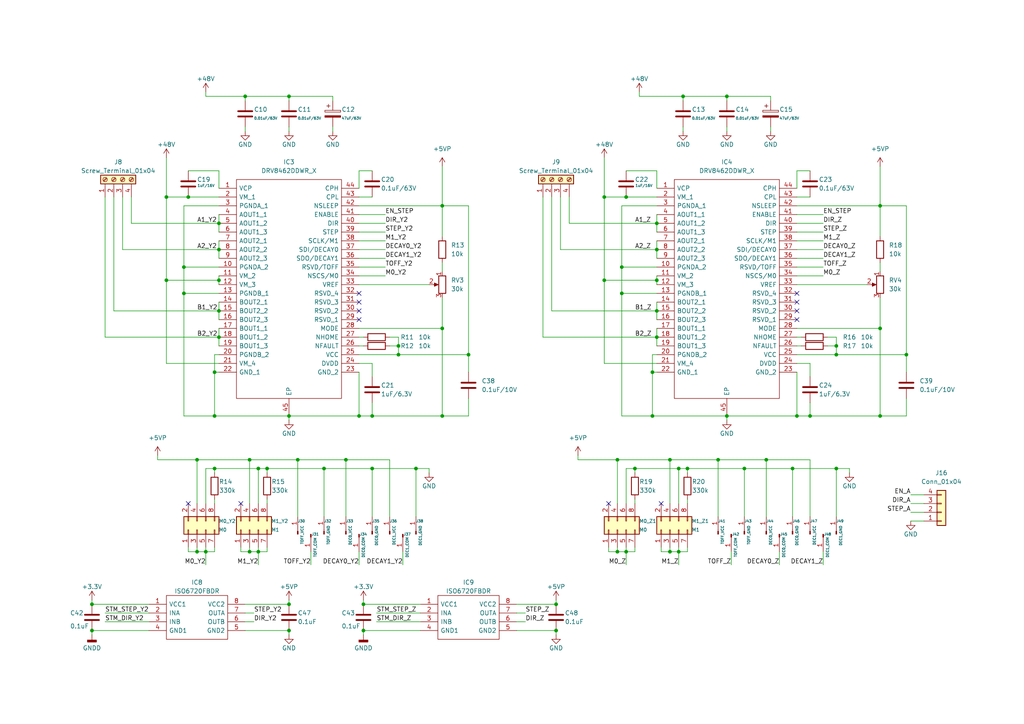
<source format=kicad_sch>
(kicad_sch (version 20230121) (generator eeschema)
  (paper "A4")
  (title_block (title "PCK Controller V1") (company "Josef Pecka"))
  (junction (at 196.85 160.02))
  (junction (at 63.5 97.79))
  (junction (at 128.27 95.25))
  (junction (at 57.15 160.02))
  (junction (at 74.93 160.02))
  (junction (at 255.27 95.25))
  (junction (at 48.26 57.15))
  (junction (at 100.33 133.35))
  (junction (at 26.67 175.26))
  (junction (at 190.5 90.17))
  (junction (at 234.95 120.65))
  (junction (at 208.28 133.35))
  (junction (at 63.5 72.39))
  (junction (at 62.23 120.65))
  (junction (at 199.39 135.89))
  (junction (at 63.5 81.28))
  (junction (at 63.5 90.17))
  (junction (at 72.39 160.02))
  (junction (at 190.5 72.39))
  (junction (at 190.5 97.79))
  (junction (at 83.82 175.26))
  (junction (at 83.82 182.88))
  (junction (at 161.29 175.26))
  (junction (at 104.14 120.65))
  (junction (at 242.57 102.87))
  (junction (at 93.98 135.89))
  (junction (at 242.57 135.89))
  (junction (at 120.65 135.89))
  (junction (at 181.61 160.02))
  (junction (at 77.47 135.89))
  (junction (at 54.61 57.15))
  (junction (at 194.31 133.35))
  (junction (at 115.57 102.87))
  (junction (at 107.95 135.89))
  (junction (at 196.85 135.89))
  (junction (at 62.23 107.95))
  (junction (at 189.23 120.65))
  (junction (at 180.34 85.09))
  (junction (at 71.12 27.94))
  (junction (at 190.5 64.77))
  (junction (at 74.93 135.89))
  (junction (at 59.69 160.02))
  (junction (at 83.82 120.65))
  (junction (at 175.26 57.15))
  (junction (at 229.87 135.89))
  (junction (at 105.41 175.26))
  (junction (at 179.07 133.35))
  (junction (at 48.26 81.28))
  (junction (at 53.34 85.09))
  (junction (at 62.23 135.89))
  (junction (at 128.27 59.69))
  (junction (at 255.27 120.65))
  (junction (at 57.15 133.35))
  (junction (at 198.12 27.94))
  (junction (at 210.82 27.94))
  (junction (at 210.82 120.65))
  (junction (at 105.41 182.88))
  (junction (at 135.89 102.87))
  (junction (at 231.14 120.65))
  (junction (at 189.23 107.95))
  (junction (at 262.89 102.87))
  (junction (at 63.5 64.77))
  (junction (at 53.34 77.47))
  (junction (at 107.95 120.65))
  (junction (at 175.26 81.28))
  (junction (at 86.36 133.35))
  (junction (at 115.57 100.33))
  (junction (at 222.25 133.35))
  (junction (at 215.9 135.89))
  (junction (at 72.39 133.35))
  (junction (at 255.27 59.69))
  (junction (at 194.31 160.02))
  (junction (at 181.61 57.15))
  (junction (at 184.15 135.89))
  (junction (at 128.27 120.65))
  (junction (at 161.29 182.88))
  (junction (at 26.67 182.88))
  (junction (at 190.5 81.28))
  (junction (at 180.34 77.47))
  (junction (at 242.57 100.33))
  (junction (at 83.82 27.94))
  (junction (at 179.07 160.02))
  (no_connect (at 231.14 85.09))
  (no_connect (at 104.14 92.71))
  (no_connect (at 69.85 146.05))
  (no_connect (at 231.14 90.17))
  (no_connect (at 104.14 90.17))
  (no_connect (at 231.14 87.63))
  (no_connect (at 104.14 87.63))
  (no_connect (at 176.53 146.05))
  (no_connect (at 54.61 146.05))
  (no_connect (at 104.14 85.09))
  (no_connect (at 191.77 146.05))
  (no_connect (at 231.14 92.71))
  (wire (pts (xy 128.27 120.65) (xy 135.89 120.65)))
  (wire (pts (xy 165.1 64.77) (xy 190.5 64.77)))
  (wire (pts (xy 176.53 160.02) (xy 179.07 160.02)))
  (wire (pts (xy 231.14 97.79) (xy 232.41 97.79)))
  (wire (pts (xy 105.41 173.99) (xy 105.41 175.26)))
  (wire (pts (xy 83.82 27.94) (xy 83.82 29.21)))
  (wire (pts (xy 83.82 120.65) (xy 62.23 120.65)))
  (wire (pts (xy 238.76 80.01) (xy 231.14 80.01)))
  (wire (pts (xy 63.5 90.17) (xy 63.5 92.71)))
  (wire (pts (xy 48.26 57.15) (xy 48.26 81.28)))
  (wire (pts (xy 255.27 120.65) (xy 262.89 120.65)))
  (wire (pts (xy 179.07 133.35) (xy 179.07 146.05)))
  (wire (pts (xy 38.1 64.77) (xy 63.5 64.77)))
  (wire (pts (xy 191.77 160.02) (xy 194.31 160.02)))
  (wire (pts (xy 180.34 120.65) (xy 189.23 120.65)))
  (wire (pts (xy 223.52 36.83) (xy 223.52 38.1)))
  (wire (pts (xy 63.5 69.85) (xy 63.5 72.39)))
  (wire (pts (xy 212.09 163.83) (xy 212.09 160.02)))
  (wire (pts (xy 100.33 133.35) (xy 113.03 133.35)))
  (wire (pts (xy 167.64 132.08) (xy 167.64 133.35)))
  (wire (pts (xy 62.23 107.95) (xy 62.23 120.65)))
  (wire (pts (xy 26.67 184.15) (xy 26.67 182.88)))
  (wire (pts (xy 77.47 144.78) (xy 77.47 146.05)))
  (wire (pts (xy 124.46 135.89) (xy 124.46 137.16)))
  (wire (pts (xy 33.02 90.17) (xy 33.02 57.15)))
  (wire (pts (xy 104.14 64.77) (xy 111.76 64.77)))
  (wire (pts (xy 162.56 72.39) (xy 162.56 57.15)))
  (wire (pts (xy 210.82 27.94) (xy 223.52 27.94)))
  (wire (pts (xy 57.15 133.35) (xy 57.15 146.05)))
  (wire (pts (xy 30.48 97.79) (xy 63.5 97.79)))
  (wire (pts (xy 59.69 27.94) (xy 59.69 26.67)))
  (wire (pts (xy 90.17 163.83) (xy 90.17 160.02)))
  (wire (pts (xy 267.97 146.05) (xy 264.16 146.05)))
  (wire (pts (xy 77.47 135.89) (xy 93.98 135.89)))
  (wire (pts (xy 83.82 120.65) (xy 104.14 120.65)))
  (wire (pts (xy 242.57 100.33) (xy 242.57 102.87)))
  (wire (pts (xy 210.82 120.65) (xy 189.23 120.65)))
  (wire (pts (xy 175.26 57.15) (xy 175.26 81.28)))
  (wire (pts (xy 104.14 160.02) (xy 104.14 163.83)))
  (wire (pts (xy 105.41 182.88) (xy 121.92 182.88)))
  (wire (pts (xy 38.1 64.77) (xy 38.1 57.15)))
  (wire (pts (xy 100.33 133.35) (xy 100.33 149.86)))
  (wire (pts (xy 59.69 135.89) (xy 62.23 135.89)))
  (wire (pts (xy 107.95 105.41) (xy 104.14 105.41)))
  (wire (pts (xy 104.14 95.25) (xy 128.27 95.25)))
  (wire (pts (xy 74.93 160.02) (xy 74.93 158.75)))
  (wire (pts (xy 255.27 48.26) (xy 255.27 59.69)))
  (wire (pts (xy 30.48 177.8) (xy 43.18 177.8)))
  (wire (pts (xy 53.34 59.69) (xy 63.5 59.69)))
  (wire (pts (xy 54.61 57.15) (xy 63.5 57.15)))
  (wire (pts (xy 165.1 64.77) (xy 165.1 57.15)))
  (wire (pts (xy 71.12 27.94) (xy 83.82 27.94)))
  (wire (pts (xy 128.27 59.69) (xy 128.27 68.58)))
  (wire (pts (xy 242.57 135.89) (xy 246.38 135.89)))
  (wire (pts (xy 104.14 100.33) (xy 105.41 100.33)))
  (wire (pts (xy 194.31 160.02) (xy 194.31 158.75)))
  (wire (pts (xy 77.47 160.02) (xy 74.93 160.02)))
  (wire (pts (xy 196.85 163.83) (xy 196.85 160.02)))
  (wire (pts (xy 54.61 160.02) (xy 57.15 160.02)))
  (wire (pts (xy 161.29 175.26) (xy 161.29 173.99)))
  (wire (pts (xy 104.14 49.53) (xy 104.14 54.61)))
  (wire (pts (xy 181.61 49.53) (xy 190.5 49.53)))
  (wire (pts (xy 226.06 160.02) (xy 226.06 163.83)))
  (wire (pts (xy 105.41 175.26) (xy 121.92 175.26)))
  (wire (pts (xy 128.27 48.26) (xy 128.27 59.69)))
  (wire (pts (xy 242.57 135.89) (xy 242.57 149.86)))
  (wire (pts (xy 255.27 59.69) (xy 262.89 59.69)))
  (wire (pts (xy 198.12 36.83) (xy 198.12 38.1)))
  (wire (pts (xy 107.95 135.89) (xy 120.65 135.89)))
  (wire (pts (xy 231.14 57.15) (xy 234.95 57.15)))
  (wire (pts (xy 179.07 133.35) (xy 194.31 133.35)))
  (wire (pts (xy 53.34 77.47) (xy 53.34 85.09)))
  (wire (pts (xy 223.52 27.94) (xy 223.52 29.21)))
  (wire (pts (xy 234.95 120.65) (xy 255.27 120.65)))
  (wire (pts (xy 63.5 72.39) (xy 63.5 74.93)))
  (wire (pts (xy 199.39 158.75) (xy 199.39 160.02)))
  (wire (pts (xy 190.5 97.79) (xy 190.5 100.33)))
  (wire (pts (xy 184.15 135.89) (xy 196.85 135.89)))
  (wire (pts (xy 111.76 77.47) (xy 104.14 77.47)))
  (wire (pts (xy 208.28 149.86) (xy 208.28 133.35)))
  (wire (pts (xy 77.47 158.75) (xy 77.47 160.02)))
  (wire (pts (xy 104.14 67.31) (xy 111.76 67.31)))
  (wire (pts (xy 62.23 135.89) (xy 62.23 137.16)))
  (wire (pts (xy 53.34 85.09) (xy 53.34 120.65)))
  (wire (pts (xy 267.97 148.59) (xy 264.16 148.59)))
  (wire (pts (xy 231.14 62.23) (xy 238.76 62.23)))
  (wire (pts (xy 96.52 27.94) (xy 96.52 29.21)))
  (wire (pts (xy 157.48 97.79) (xy 190.5 97.79)))
  (wire (pts (xy 111.76 74.93) (xy 104.14 74.93)))
  (wire (pts (xy 262.89 102.87) (xy 262.89 107.95)))
  (wire (pts (xy 107.95 109.22) (xy 107.95 105.41)))
  (wire (pts (xy 184.15 135.89) (xy 184.15 137.16)))
  (wire (pts (xy 190.5 90.17) (xy 190.5 92.71)))
  (wire (pts (xy 190.5 81.28) (xy 190.5 82.55)))
  (wire (pts (xy 72.39 133.35) (xy 72.39 146.05)))
  (wire (pts (xy 231.14 120.65) (xy 234.95 120.65)))
  (wire (pts (xy 104.14 102.87) (xy 115.57 102.87)))
  (wire (pts (xy 231.14 95.25) (xy 255.27 95.25)))
  (wire (pts (xy 175.26 45.72) (xy 175.26 57.15)))
  (wire (pts (xy 69.85 158.75) (xy 69.85 160.02)))
  (wire (pts (xy 176.53 158.75) (xy 176.53 160.02)))
  (wire (pts (xy 181.61 57.15) (xy 190.5 57.15)))
  (wire (pts (xy 152.4 180.34) (xy 149.86 180.34)))
  (wire (pts (xy 190.5 69.85) (xy 190.5 72.39)))
  (wire (pts (xy 113.03 100.33) (xy 115.57 100.33)))
  (wire (pts (xy 53.34 85.09) (xy 63.5 85.09)))
  (wire (pts (xy 179.07 160.02) (xy 179.07 158.75)))
  (wire (pts (xy 59.69 163.83) (xy 59.69 160.02)))
  (wire (pts (xy 35.56 72.39) (xy 63.5 72.39)))
  (wire (pts (xy 96.52 36.83) (xy 96.52 38.1)))
  (wire (pts (xy 238.76 77.47) (xy 231.14 77.47)))
  (wire (pts (xy 48.26 105.41) (xy 63.5 105.41)))
  (wire (pts (xy 83.82 121.92) (xy 83.82 120.65)))
  (wire (pts (xy 71.12 182.88) (xy 83.82 182.88)))
  (wire (pts (xy 62.23 107.95) (xy 63.5 107.95)))
  (wire (pts (xy 231.14 49.53) (xy 234.95 49.53)))
  (wire (pts (xy 238.76 160.02) (xy 238.76 163.83)))
  (wire (pts (xy 208.28 133.35) (xy 194.31 133.35)))
  (wire (pts (xy 208.28 133.35) (xy 222.25 133.35)))
  (wire (pts (xy 77.47 135.89) (xy 77.47 137.16)))
  (wire (pts (xy 53.34 77.47) (xy 63.5 77.47)))
  (wire (pts (xy 199.39 160.02) (xy 196.85 160.02)))
  (wire (pts (xy 53.34 120.65) (xy 62.23 120.65)))
  (wire (pts (xy 160.02 90.17) (xy 160.02 57.15)))
  (wire (pts (xy 104.14 49.53) (xy 107.95 49.53)))
  (wire (pts (xy 238.76 72.39) (xy 231.14 72.39)))
  (wire (pts (xy 190.5 87.63) (xy 190.5 90.17)))
  (wire (pts (xy 57.15 160.02) (xy 57.15 158.75)))
  (wire (pts (xy 71.12 27.94) (xy 71.12 29.21)))
  (wire (pts (xy 69.85 160.02) (xy 72.39 160.02)))
  (wire (pts (xy 196.85 160.02) (xy 196.85 158.75)))
  (wire (pts (xy 190.5 102.87) (xy 189.23 102.87)))
  (wire (pts (xy 229.87 135.89) (xy 242.57 135.89)))
  (wire (pts (xy 255.27 86.36) (xy 255.27 95.25)))
  (wire (pts (xy 62.23 102.87) (xy 62.23 107.95)))
  (wire (pts (xy 229.87 135.89) (xy 229.87 149.86)))
  (wire (pts (xy 128.27 86.36) (xy 128.27 95.25)))
  (wire (pts (xy 262.89 59.69) (xy 262.89 102.87)))
  (wire (pts (xy 53.34 59.69) (xy 53.34 77.47)))
  (wire (pts (xy 111.76 80.01) (xy 104.14 80.01)))
  (wire (pts (xy 161.29 182.88) (xy 161.29 184.15)))
  (wire (pts (xy 190.5 80.01) (xy 190.5 81.28)))
  (wire (pts (xy 116.84 160.02) (xy 116.84 163.83)))
  (wire (pts (xy 231.14 102.87) (xy 242.57 102.87)))
  (wire (pts (xy 198.12 27.94) (xy 198.12 29.21)))
  (wire (pts (xy 48.26 81.28) (xy 63.5 81.28)))
  (wire (pts (xy 231.14 100.33) (xy 232.41 100.33)))
  (wire (pts (xy 191.77 158.75) (xy 191.77 160.02)))
  (wire (pts (xy 105.41 182.88) (xy 105.41 184.15)))
  (wire (pts (xy 181.61 146.05) (xy 181.61 135.89)))
  (wire (pts (xy 231.14 107.95) (xy 231.14 120.65)))
  (wire (pts (xy 190.5 95.25) (xy 190.5 97.79)))
  (wire (pts (xy 83.82 27.94) (xy 96.52 27.94)))
  (wire (pts (xy 175.26 81.28) (xy 190.5 81.28)))
  (wire (pts (xy 128.27 59.69) (xy 135.89 59.69)))
  (wire (pts (xy 180.34 77.47) (xy 190.5 77.47)))
  (wire (pts (xy 149.86 175.26) (xy 161.29 175.26)))
  (wire (pts (xy 62.23 158.75) (xy 62.23 160.02)))
  (wire (pts (xy 48.26 81.28) (xy 48.26 105.41)))
  (wire (pts (xy 83.82 175.26) (xy 83.82 173.99)))
  (wire (pts (xy 222.25 133.35) (xy 222.25 149.86)))
  (wire (pts (xy 175.26 105.41) (xy 190.5 105.41)))
  (wire (pts (xy 73.66 180.34) (xy 71.12 180.34)))
  (wire (pts (xy 63.5 81.28) (xy 63.5 82.55)))
  (wire (pts (xy 62.23 160.02) (xy 59.69 160.02)))
  (wire (pts (xy 181.61 160.02) (xy 179.07 160.02)))
  (wire (pts (xy 86.36 133.35) (xy 72.39 133.35)))
  (wire (pts (xy 210.82 36.83) (xy 210.82 38.1)))
  (wire (pts (xy 198.12 27.94) (xy 210.82 27.94)))
  (wire (pts (xy 107.95 116.84) (xy 107.95 120.65)))
  (wire (pts (xy 109.22 180.34) (xy 121.92 180.34)))
  (wire (pts (xy 93.98 135.89) (xy 93.98 149.86)))
  (wire (pts (xy 104.14 97.79) (xy 105.41 97.79)))
  (wire (pts (xy 180.34 85.09) (xy 180.34 120.65)))
  (wire (pts (xy 231.14 64.77) (xy 238.76 64.77)))
  (wire (pts (xy 234.95 116.84) (xy 234.95 120.65)))
  (wire (pts (xy 45.72 133.35) (xy 57.15 133.35)))
  (wire (pts (xy 210.82 120.65) (xy 231.14 120.65)))
  (wire (pts (xy 115.57 102.87) (xy 135.89 102.87)))
  (wire (pts (xy 63.5 62.23) (xy 63.5 64.77)))
  (wire (pts (xy 73.66 177.8) (xy 71.12 177.8)))
  (wire (pts (xy 234.95 109.22) (xy 234.95 105.41)))
  (wire (pts (xy 167.64 133.35) (xy 179.07 133.35)))
  (wire (pts (xy 128.27 95.25) (xy 128.27 120.65)))
  (wire (pts (xy 59.69 27.94) (xy 71.12 27.94)))
  (wire (pts (xy 262.89 120.65) (xy 262.89 115.57)))
  (wire (pts (xy 63.5 95.25) (xy 63.5 97.79)))
  (wire (pts (xy 255.27 59.69) (xy 255.27 68.58)))
  (wire (pts (xy 199.39 144.78) (xy 199.39 146.05)))
  (wire (pts (xy 111.76 69.85) (xy 104.14 69.85)))
  (wire (pts (xy 267.97 143.51) (xy 264.16 143.51)))
  (wire (pts (xy 54.61 49.53) (xy 63.5 49.53)))
  (wire (pts (xy 196.85 135.89) (xy 196.85 146.05)))
  (wire (pts (xy 59.69 160.02) (xy 59.69 158.75)))
  (wire (pts (xy 120.65 135.89) (xy 120.65 149.86)))
  (wire (pts (xy 26.67 182.88) (xy 43.18 182.88)))
  (wire (pts (xy 180.34 77.47) (xy 180.34 85.09)))
  (wire (pts (xy 215.9 135.89) (xy 229.87 135.89)))
  (wire (pts (xy 33.02 90.17) (xy 63.5 90.17)))
  (wire (pts (xy 189.23 107.95) (xy 190.5 107.95)))
  (wire (pts (xy 234.95 105.41) (xy 231.14 105.41)))
  (wire (pts (xy 74.93 163.83) (xy 74.93 160.02)))
  (wire (pts (xy 63.5 80.01) (xy 63.5 81.28)))
  (wire (pts (xy 104.14 107.95) (xy 104.14 120.65)))
  (wire (pts (xy 72.39 160.02) (xy 74.93 160.02)))
  (wire (pts (xy 71.12 175.26) (xy 83.82 175.26)))
  (wire (pts (xy 189.23 102.87) (xy 189.23 107.95)))
  (wire (pts (xy 30.48 180.34) (xy 43.18 180.34)))
  (wire (pts (xy 175.26 81.28) (xy 175.26 105.41)))
  (wire (pts (xy 255.27 95.25) (xy 255.27 120.65)))
  (wire (pts (xy 196.85 160.02) (xy 194.31 160.02)))
  (wire (pts (xy 30.48 97.79) (xy 30.48 57.15)))
  (wire (pts (xy 63.5 97.79) (xy 63.5 100.33)))
  (wire (pts (xy 54.61 158.75) (xy 54.61 160.02)))
  (wire (pts (xy 190.5 64.77) (xy 190.5 67.31)))
  (wire (pts (xy 86.36 133.35) (xy 100.33 133.35)))
  (wire (pts (xy 222.25 133.35) (xy 234.95 133.35)))
  (wire (pts (xy 120.65 135.89) (xy 124.46 135.89)))
  (wire (pts (xy 231.14 67.31) (xy 238.76 67.31)))
  (wire (pts (xy 160.02 90.17) (xy 190.5 90.17)))
  (wire (pts (xy 215.9 135.89) (xy 215.9 149.86)))
  (wire (pts (xy 199.39 135.89) (xy 215.9 135.89)))
  (wire (pts (xy 190.5 49.53) (xy 190.5 54.61)))
  (wire (pts (xy 180.34 59.69) (xy 190.5 59.69)))
  (wire (pts (xy 107.95 135.89) (xy 107.95 149.86)))
  (wire (pts (xy 231.14 49.53) (xy 231.14 54.61)))
  (wire (pts (xy 63.5 102.87) (xy 62.23 102.87)))
  (wire (pts (xy 128.27 76.2) (xy 128.27 78.74)))
  (wire (pts (xy 107.95 120.65) (xy 128.27 120.65)))
  (wire (pts (xy 83.82 182.88) (xy 83.82 184.15)))
  (wire (pts (xy 113.03 133.35) (xy 113.03 149.86)))
  (wire (pts (xy 72.39 160.02) (xy 72.39 158.75)))
  (wire (pts (xy 35.56 72.39) (xy 35.56 57.15)))
  (wire (pts (xy 240.03 100.33) (xy 242.57 100.33)))
  (wire (pts (xy 74.93 135.89) (xy 77.47 135.89)))
  (wire (pts (xy 74.93 135.89) (xy 74.93 146.05)))
  (wire (pts (xy 59.69 146.05) (xy 59.69 135.89)))
  (wire (pts (xy 189.23 107.95) (xy 189.23 120.65)))
  (wire (pts (xy 184.15 144.78) (xy 184.15 146.05)))
  (wire (pts (xy 57.15 133.35) (xy 72.39 133.35)))
  (wire (pts (xy 63.5 49.53) (xy 63.5 54.61)))
  (wire (pts (xy 184.15 158.75) (xy 184.15 160.02)))
  (wire (pts (xy 135.89 120.65) (xy 135.89 115.57)))
  (wire (pts (xy 149.86 182.88) (xy 161.29 182.88)))
  (wire (pts (xy 180.34 59.69) (xy 180.34 77.47)))
  (wire (pts (xy 26.67 175.26) (xy 26.67 173.99)))
  (wire (pts (xy 48.26 57.15) (xy 54.61 57.15)))
  (wire (pts (xy 63.5 64.77) (xy 63.5 67.31)))
  (wire (pts (xy 231.14 82.55) (xy 251.46 82.55)))
  (wire (pts (xy 86.36 149.86) (xy 86.36 133.35)))
  (wire (pts (xy 135.89 59.69) (xy 135.89 102.87)))
  (wire (pts (xy 181.61 135.89) (xy 184.15 135.89)))
  (wire (pts (xy 242.57 102.87) (xy 262.89 102.87)))
  (wire (pts (xy 184.15 160.02) (xy 181.61 160.02)))
  (wire (pts (xy 83.82 36.83) (xy 83.82 38.1)))
  (wire (pts (xy 157.48 97.79) (xy 157.48 57.15)))
  (wire (pts (xy 238.76 69.85) (xy 231.14 69.85)))
  (wire (pts (xy 199.39 135.89) (xy 199.39 137.16)))
  (wire (pts (xy 190.5 62.23) (xy 190.5 64.77)))
  (wire (pts (xy 115.57 100.33) (xy 115.57 102.87)))
  (wire (pts (xy 185.42 26.67) (xy 185.42 27.94)))
  (wire (pts (xy 104.14 120.65) (xy 107.95 120.65)))
  (wire (pts (xy 104.14 62.23) (xy 111.76 62.23)))
  (wire (pts (xy 45.72 132.08) (xy 45.72 133.35)))
  (wire (pts (xy 26.67 175.26) (xy 43.18 175.26)))
  (wire (pts (xy 115.57 97.79) (xy 115.57 100.33)))
  (wire (pts (xy 111.76 72.39) (xy 104.14 72.39)))
  (wire (pts (xy 63.5 87.63) (xy 63.5 90.17)))
  (wire (pts (xy 152.4 177.8) (xy 149.86 177.8)))
  (wire (pts (xy 104.14 57.15) (xy 107.95 57.15)))
  (wire (pts (xy 113.03 97.79) (xy 115.57 97.79)))
  (wire (pts (xy 238.76 74.93) (xy 231.14 74.93)))
  (wire (pts (xy 194.31 133.35) (xy 194.31 146.05)))
  (wire (pts (xy 210.82 121.92) (xy 210.82 120.65)))
  (wire (pts (xy 181.61 160.02) (xy 181.61 158.75)))
  (wire (pts (xy 162.56 72.39) (xy 190.5 72.39)))
  (wire (pts (xy 62.23 135.89) (xy 74.93 135.89)))
  (wire (pts (xy 267.97 151.13) (xy 264.16 151.13)))
  (wire (pts (xy 62.23 144.78) (xy 62.23 146.05)))
  (wire (pts (xy 104.14 82.55) (xy 124.46 82.55)))
  (wire (pts (xy 71.12 36.83) (xy 71.12 38.1)))
  (wire (pts (xy 180.34 85.09) (xy 190.5 85.09)))
  (wire (pts (xy 109.22 177.8) (xy 121.92 177.8)))
  (wire (pts (xy 231.14 59.69) (xy 255.27 59.69)))
  (wire (pts (xy 234.95 133.35) (xy 234.95 149.86)))
  (wire (pts (xy 93.98 135.89) (xy 107.95 135.89)))
  (wire (pts (xy 255.27 76.2) (xy 255.27 78.74)))
  (wire (pts (xy 48.26 45.72) (xy 48.26 57.15)))
  (wire (pts (xy 196.85 135.89) (xy 199.39 135.89)))
  (wire (pts (xy 104.14 59.69) (xy 128.27 59.69)))
  (wire (pts (xy 210.82 27.94) (xy 210.82 29.21)))
  (wire (pts (xy 181.61 163.83) (xy 181.61 160.02)))
  (wire (pts (xy 240.03 97.79) (xy 242.57 97.79)))
  (wire (pts (xy 190.5 72.39) (xy 190.5 74.93)))
  (wire (pts (xy 135.89 102.87) (xy 135.89 107.95)))
  (wire (pts (xy 175.26 57.15) (xy 181.61 57.15)))
  (wire (pts (xy 57.15 160.02) (xy 59.69 160.02)))
  (wire (pts (xy 185.42 27.94) (xy 198.12 27.94)))
  (wire (pts (xy 246.38 135.89) (xy 246.38 137.16)))
  (wire (pts (xy 242.57 97.79) (xy 242.57 100.33)))
  (label "DIR_Y2" (at 73.66 180.34 0))
  (label "DECAY1_Y2" (at 111.76 74.93 0))
  (label "DIR_Z" (at 238.76 64.77 0))
  (label "STM_STEP_Y2" (at 30.48 177.8 0))
  (label "DECAY0_Z" (at 238.76 72.39 0))
  (label "EN_STEP" (at 238.76 62.23 0))
  (label "A1_Z" (at 184.15 64.77 0))
  (label "M0_Z" (at 238.76 80.01 0))
  (label "M1_Y2" (at 74.93 163.83 180))
  (label "M1_Z" (at 238.76 69.85 0))
  (label "STEP_Z" (at 238.76 67.31 0))
  (label "B1_Y2" (at 57.15 90.17 0))
  (label "STEP_Y2" (at 111.76 67.31 0))
  (label "DIR_Y2" (at 111.76 64.77 0))
  (label "EN_STEP" (at 111.76 62.23 0))
  (label "DIR_Z" (at 152.4 180.34 0))
  (label "M1_Y2" (at 111.76 69.85 0))
  (label "STM_STEP_Z" (at 109.22 177.8 0))
  (label "DECAY1_Z" (at 238.76 163.83 180))
  (label "TOFF_Y2" (at 90.17 163.83 180))
  (label "DECAY0_Y2" (at 111.76 72.39 0))
  (label "STM_DIR_Z" (at 109.22 180.34 0))
  (label "DECAY1_Y2" (at 116.84 163.83 180))
  (label "A2_Y2" (at 57.15 72.39 0))
  (label "A2_Z" (at 184.15 72.39 0))
  (label "M0_Z" (at 181.61 163.83 180))
  (label "DIR_A" (at 264.16 146.05 180))
  (label "DECAY0_Y2" (at 104.14 163.83 180))
  (label "DECAY1_Z" (at 238.76 74.93 0))
  (label "TOFF_Z" (at 212.09 163.83 180))
  (label "STEP_A" (at 264.16 148.59 180))
  (label "STM_DIR_Y2" (at 30.48 180.34 0))
  (label "B2_Y2" (at 57.15 97.79 0))
  (label "TOFF_Z" (at 238.76 77.47 0))
  (label "M0_Y2" (at 59.69 163.83 180))
  (label "B2_Z" (at 184.15 97.79 0))
  (label "DECAY0_Z" (at 226.06 163.83 180))
  (label "TOFF_Y2" (at 111.76 77.47 0))
  (label "M0_Y2" (at 111.76 80.01 0))
  (label "STEP_Z" (at 152.4 177.8 0))
  (label "EN_A" (at 264.16 143.51 180))
  (label "B1_Z" (at 184.15 90.17 0))
  (label "STEP_Y2" (at 73.66 177.8 0))
  (label "M1_Z" (at 196.85 163.83 180))
  (label "A1_Y2" (at 57.15 64.77 0))
  (symbol (lib_id "Device:C") (at 135.89 111.76 0) (unit 1)
    (property "Reference" "C38" (at 139.7 110.49 0) (effects (justify left)))
    (property "Value" "0.1uF/10V" (at 139.7 113.03 0) (effects (justify left)))
    (property "Footprint" "Capacitor_SMD:C_0603_1608Metric" (effects hide))
    (instances (project "CNC_board" (path "" (reference "C38") (unit 1))) (project "Schematic_export" (path "" (reference "C35") (unit 1))))
  )
  (symbol (lib_id "Device:R") (at 109.22 97.79 90) (unit 1)
    (property "Reference" "R11" (at 118.11 97.79 90))
    (property "Value" "10k" (at 123.19 97.79 90))
    (property "Footprint" "Resistor_SMD:R_0603_1608Metric" (effects hide))
    (instances (project "CNC_board" (path "" (reference "R11") (unit 1))) (project "Schematic_export" (path "" (reference "R20") (unit 1))) (project "CNC_controll_board" (path "" (reference "R1") (unit 1))))
  )
  (symbol (lib_id "power:GND") (at 223.52 38.1 0) (unit 1)
    (property "Reference" "#PWR014" (effects hide))
    (property "Value" "GND" (at 223.52 41.91 0))
    (instances (project "CNC_board" (path "" (reference "#PWR014") (unit 1))) (project "Schematic_export" (path "" (reference "#PWR056") (unit 1))) (project "CNC_controll_board" (path "" (reference "#PWR09") (unit 1))))
  )
  (symbol (lib_id "Connector:Conn_01x01_Pin") (at 222.25 154.94 90) (unit 1)
    (property "Reference" "J44" (at 222.25 151.13 90) (effects (font (size 0.75 0.75)) (justify right)))
    (property "Value" "DEC0_VCC" (at 223.52 152.4 0) (effects (font (size 0.75 0.75)) (justify right)))
    (property "Footprint" "PADs:Pad_0.75x0.75mm_borderless" (effects hide))
    (instances (project "CNC_board" (path "" (reference "J44") (unit 1))) (project "Schematic_export" (path "" (reference "J36") (unit 1))))
  )
  (symbol (lib_id "Connector:Conn_01x01_Pin") (at 116.84 154.94 270) (unit 1)
    (property "Reference" "J37" (at 118.11 154.94 90) (effects (font (size 0.75 0.75))))
    (property "Value" "DEC1_COM" (at 118.11 158.75 0) (effects (font (size 0.75 0.75))))
    (property "Footprint" "PADs:Pad_0.75x0.75mm_borderless" (effects hide))
    (instances (project "CNC_board" (path "" (reference "J37") (unit 1))) (project "Schematic_export" (path "" (reference "J30") (unit 1))))
  )
  (symbol (lib_id "Device:R") (at 199.39 140.97 0) (unit 1)
    (property "Reference" "R20" (at 200.66 139.7 0) (effects (justify left)))
    (property "Value" "330k" (at 200.66 142.24 0) (effects (justify left)))
    (property "Footprint" "Resistor_SMD:R_0603_1608Metric" (effects hide))
    (instances (project "CNC_board" (path "" (reference "R20") (unit 1))) (project "Schematic_export" (path "" (reference "R24") (unit 1))))
  )
  (symbol (lib_id "Device:C") (at 181.61 53.34 0) (unit 1)
    (property "Reference" "C22" (at 184.15 52.07 0) (effects (justify left)))
    (property "Value" "1uF/16V" (at 184.2491 53.8302 0) (effects (font (size 0.75 0.75)) (justify left)))
    (property "Footprint" "Capacitor_SMD:C_0603_1608Metric" (effects hide))
    (instances (project "CNC_board" (path "" (reference "C22") (unit 1))) (project "Schematic_export" (path "" (reference "C36") (unit 1))) (project "CNC_controll_board" (path "" (reference "C1") (unit 1))))
  )
  (symbol (lib_id "power:GND") (at 264.16 151.13 0) (mirror y) (unit 1)
    (property "Reference" "#PWR071" (effects hide))
    (property "Value" "GND" (at 264.16 154.94 0))
    (instances (project "CNC_board" (path "" (reference "#PWR071") (unit 1))) (project "Schematic_export" (path "" (reference "#PWR0166") (unit 1)) (path "" (reference "#PWR0166") (unit 1))) (project "CNC_controll_board" (path "" (reference "#PWR06") (unit 1))))
  )
  (symbol (lib_id "Device:R_Potentiometer") (at 128.27 82.55 0) (mirror y) (unit 1)
    (property "Reference" "RV3" (at 130.81 81.28 0) (effects (justify right)))
    (property "Value" "30k" (at 130.81 83.82 0) (effects (justify right)))
    (property "Footprint" "Potentiometer_SMD:Potentiometer_Bourns_TC33X_Vertical" (effects hide))
    (instances (project "CNC_board" (path "" (reference "RV3") (unit 1))) (project "Schematic_export" (path "" (reference "RV3") (unit 1))) (project "CNC_controll_board" (path "" (reference "RV1") (unit 1))))
  )
  (symbol (lib_id "Device:C") (at 107.95 113.03 0) (unit 1)
    (property "Reference" "C21" (at 110.49 111.76 0) (effects (justify left)))
    (property "Value" "1uF/6.3V" (at 110.49 114.3 0) (effects (justify left)))
    (property "Footprint" "Capacitor_SMD:C_0603_1608Metric" (effects hide))
    (instances (project "CNC_board" (path "" (reference "C21") (unit 1))) (project "Schematic_export" (path "" (reference "C34") (unit 1))) (project "CNC_controll_board" (path "" (reference "C6") (unit 1))))
  )
  (symbol (lib_id "power:+3.3V") (at 26.67 173.99 0) (unit 1)
    (property "Reference" "#PWR036" (effects hide))
    (property "Value" "+3.3V" (at 26.67 170.18 0))
    (instances (project "CNC_board" (path "" (reference "#PWR036") (unit 1))) (project "Schematic_export" (path "" (reference "#PWR067") (unit 1)) (path "" (reference "#PWR067") (unit 1))))
  )
  (symbol (lib_id "Device:C_Polarized") (at 96.52 33.02 0) (unit 1)
    (property "Reference" "C12" (at 99.06 31.75 0) (effects (justify left)))
    (property "Value" "47uF/63V" (at 99.06 34.29 0) (effects (font (size 0.75 0.75)) (justify left)))
    (property "Footprint" "Capacitor_SMD:CP_Elec_8x10" (effects hide))
    (instances (project "CNC_board" (path "" (reference "C12") (unit 1))) (project "Schematic_export" (path "" (reference "C32") (unit 1))) (project "CNC_controll_board" (path "" (reference "C5") (unit 1))))
  )
  (symbol (lib_id "power:GND") (at 246.38 137.16 0) (unit 1)
    (property "Reference" "#PWR020" (effects hide))
    (property "Value" "GND" (at 246.38 140.97 0))
    (instances (project "CNC_board" (path "" (reference "#PWR020") (unit 1))) (project "Schematic_export" (path "" (reference "#PWR057") (unit 1))) (project "CNC_controll_board" (path "" (reference "#PWR03") (unit 1))))
  )
  (symbol (lib_id "Connector:Screw_Terminal_01x04") (at 33.02 52.07 90) (unit 1)
    (property "Reference" "J8" (at 34.29 46.99 90))
    (property "Value" "Screw_Terminal_01x04" (at 34.29 49.53 90))
    (property "Footprint" "TerminalBlock_4Ucon:TerminalBlock_4Ucon_1x04_P3.50mm_Horizontal" (effects hide))
    (instances (project "CNC_board" (path "" (reference "J8") (unit 1))) (project "Schematic_export" (path "" (reference "J22") (unit 1))))
  )
  (symbol (lib_id "power:+48V") (at 185.42 26.67 0) (unit 1)
    (property "Reference" "#PWR041" (effects hide))
    (property "Value" "+48V" (at 185.42 22.86 0))
    (instances (project "CNC_board" (path "" (reference "#PWR041") (unit 1))) (project "Schematic_export" (path "" (reference "#PWR052") (unit 1))))
  )
  (symbol (lib_id "Connector_Generic:Conn_02x04_Odd_Even") (at 57.15 153.67 90) (unit 1)
    (property "Reference" "M0_Y2" (at 63.5 151.13 90) (effects (font (size 1 1)) (justify right)))
    (property "Value" "M0" (at 63.5 153.67 90) (effects (font (size 1 1)) (justify right)))
    (property "Footprint" "Connector_PinHeader_2.54mm:PinHeader_2x04_P2.54mm_Vertical" (effects hide))
  )
  (symbol (lib_id "power:GND") (at 210.82 38.1 0) (unit 1)
    (property "Reference" "#PWR013" (effects hide))
    (property "Value" "GND" (at 210.82 41.91 0))
    (instances (project "CNC_board" (path "" (reference "#PWR013") (unit 1))) (project "Schematic_export" (path "" (reference "#PWR054") (unit 1))) (project "CNC_controll_board" (path "" (reference "#PWR08") (unit 1))))
  )
  (symbol (lib_id "Device:R") (at 128.27 72.39 0) (unit 1)
    (property "Reference" "R13" (at 130.81 71.12 0) (effects (justify left)))
    (property "Value" "10k" (at 130.81 73.66 0) (effects (justify left)))
    (property "Footprint" "Resistor_SMD:R_0603_1608Metric" (effects hide))
    (instances (project "CNC_board" (path "" (reference "R13") (unit 1))) (project "Schematic_export" (path "" (reference "R22") (unit 1))) (project "CNC_controll_board" (path "" (reference "R3") (unit 1))))
  )
  (symbol (lib_id "SamacSys_Parts:ISO6720FBDR") (at 121.92 175.26 0) (unit 1)
    (property "Reference" "IC9" (at 135.89 168.91 0))
    (property "Value" "ISO6720FBDR" (at 135.89 171.45 0))
    (property "Footprint" "SamacSys_Parts:SOIC127P600X175-8N" (effects hide))
    (property "Datasheet" "https://www.ti.com/lit/ds/symlink/iso6720.pdf?ts=1631770491208&ref_url=https%253A%252F%252Fwww.ti.com%252Fproduct%252FISO6720" (effects hide))
    (property "Description" "Digital Isolators General purpose dual-channel, 2/0, digital isolator" (effects hide))
    (property "Height" "1.75" (effects hide))
    (property "Mouser Part Number" "595-ISO6720FBDR" (effects hide))
    (property "Mouser Price/Stock" "https://www.mouser.co.uk/ProductDetail/Texas-Instruments/ISO6720FBDR?qs=QNEnbhJQKva93m6DsjFZMw%3D%3D" (effects hide))
    (property "Manufacturer_Name" "Texas Instruments" (effects hide))
    (property "Manufacturer_Part_Number" "ISO6720FBDR" (effects hide))
    (instances (project "CNC_board" (path "" (reference "IC9") (unit 1))) (project "Schematic_export" (path "" (reference "IC8") (unit 1)) (path "" (reference "IC8") (unit 1))))
  )
  (symbol (lib_id "power:GND") (at 83.82 184.15 0) (unit 1)
    (property "Reference" "#PWR064" (effects hide))
    (property "Value" "GND" (at 83.82 187.96 0))
    (instances (project "CNC_board" (path "" (reference "#PWR064") (unit 1))) (project "Schematic_export" (path "" (reference "#PWR076") (unit 1)) (path "" (reference "#PWR076") (unit 1))) (project "CNC_controll_board" (path "" (reference "#PWR06") (unit 1))))
  )
  (symbol (lib_id "Connector_Generic:Conn_01x04") (at 273.05 148.59 0) (mirror x) (unit 1)
    (property "Reference" "J16" (at 273.05 137.16 0))
    (property "Value" "Conn_01x04" (at 273.05 139.7 0))
    (property "Footprint" "Connector_PinHeader_2.54mm:PinHeader_1x04_P2.54mm_Vertical" (effects hide))
    (instances (project "CNC_board" (path "" (reference "J16") (unit 1))) (project "Schematic_export" (path "" (reference "J44") (unit 1)) (path "" (reference "J44") (unit 1))))
  )
  (symbol (lib_id "Connector:Conn_01x01_Pin") (at 86.36 154.94 90) (unit 1)
    (property "Reference" "J30" (at 86.36 151.13 90) (effects (font (size 0.75 0.75)) (justify right)))
    (property "Value" "TOFF_VCC" (at 87.63 152.4 0) (effects (font (size 0.75 0.75)) (justify right)))
    (property "Footprint" "PADs:Pad_0.75x0.75mm_borderless" (effects hide))
    (instances (project "CNC_board" (path "" (reference "J30") (unit 1))) (project "Schematic_export" (path "" (reference "J23") (unit 1))))
  )
  (symbol (lib_id "power:+5VP") (at 45.72 132.08 0) (unit 1)
    (property "Reference" "#PWR050" (effects hide))
    (property "Value" "+5VP" (at 45.72 127 0))
    (instances (project "CNC_board" (path "" (reference "#PWR050") (unit 1))) (project "Schematic_export" (path "" (reference "#PWR041") (unit 1))))
  )
  (symbol (lib_id "Connector:Conn_01x01_Pin") (at 104.14 154.94 270) (unit 1)
    (property "Reference" "J34" (at 105.41 154.94 90) (effects (font (size 0.75 0.75))))
    (property "Value" "DEC0_COM" (at 105.41 158.75 0) (effects (font (size 0.75 0.75))))
    (property "Footprint" "PADs:Pad_0.75x0.75mm_borderless" (effects hide))
    (instances (project "CNC_board" (path "" (reference "J34") (unit 1))) (project "Schematic_export" (path "" (reference "J27") (unit 1))))
  )
  (symbol (lib_id "Connector:Conn_01x01_Pin") (at 120.65 154.94 90) (unit 1)
    (property "Reference" "J38" (at 120.65 151.13 90) (effects (font (size 0.75 0.75)) (justify right)))
    (property "Value" "DEC1_GND" (at 121.92 152.4 0) (effects (font (size 0.75 0.75)) (justify right)))
    (property "Footprint" "PADs:Pad_0.75x0.75mm_borderless" (effects hide))
    (instances (project "CNC_board" (path "" (reference "J38") (unit 1))) (project "Schematic_export" (path "" (reference "J31") (unit 1))))
  )
  (symbol (lib_id "Device:C_Polarized") (at 223.52 33.02 0) (unit 1)
    (property "Reference" "C15" (at 226.06 31.75 0) (effects (justify left)))
    (property "Value" "47uF/63V" (at 226.06 34.29 0) (effects (font (size 0.75 0.75)) (justify left)))
    (property "Footprint" "Capacitor_SMD:CP_Elec_8x10" (effects hide))
    (instances (project "CNC_board" (path "" (reference "C15") (unit 1))) (project "Schematic_export" (path "" (reference "C39") (unit 1))) (project "CNC_controll_board" (path "" (reference "C5") (unit 1))))
  )
  (symbol (lib_id "Connector:Conn_01x01_Pin") (at 113.03 154.94 90) (unit 1)
    (property "Reference" "J36" (at 113.03 151.13 90) (effects (font (size 0.75 0.75)) (justify right)))
    (property "Value" "DEC1_VCC" (at 114.3 152.4 0) (effects (font (size 0.75 0.75)) (justify right)))
    (property "Footprint" "PADs:Pad_0.75x0.75mm_borderless" (effects hide))
    (instances (project "CNC_board" (path "" (reference "J36") (unit 1))) (project "Schematic_export" (path "" (reference "J29") (unit 1))))
  )
  (symbol (lib_id "Device:C") (at 198.12 33.02 0) (unit 1)
    (property "Reference" "C13" (at 200.66 31.75 0) (effects (justify left)))
    (property "Value" "0.01uF/63V" (at 200.66 34.29 0) (effects (font (size 0.75 0.75)) (justify left)))
    (property "Footprint" "Capacitor_SMD:C_0805_2012Metric" (effects hide))
    (instances (project "CNC_board" (path "" (reference "C13") (unit 1))) (project "Schematic_export" (path "" (reference "C37") (unit 1))) (project "CNC_controll_board" (path "" (reference "C3") (unit 1))))
  )
  (symbol (lib_id "Device:R") (at 236.22 97.79 90) (unit 1)
    (property "Reference" "R16" (at 246.38 97.79 90))
    (property "Value" "10k" (at 251.46 97.79 90))
    (property "Footprint" "Resistor_SMD:R_0603_1608Metric" (effects hide))
    (instances (project "CNC_board" (path "" (reference "R16") (unit 1))) (project "Schematic_export" (path "" (reference "R25") (unit 1))) (project "CNC_controll_board" (path "" (reference "R1") (unit 1))))
  )
  (symbol (lib_id "power:+3.3V") (at 105.41 173.99 0) (unit 1)
    (property "Reference" "#PWR037" (effects hide))
    (property "Value" "+3.3V" (at 105.41 170.18 0))
    (instances (project "CNC_board" (path "" (reference "#PWR037") (unit 1))) (project "Schematic_export" (path "" (reference "#PWR069") (unit 1)) (path "" (reference "#PWR069") (unit 1))))
  )
  (symbol (lib_id "power:+5VP") (at 128.27 48.26 0) (unit 1)
    (property "Reference" "#PWR054" (effects hide))
    (property "Value" "+5VP" (at 128.27 43.18 0))
    (instances (project "CNC_board" (path "" (reference "#PWR054") (unit 1))) (project "Schematic_export" (path "" (reference "#PWR049") (unit 1))))
  )
  (symbol (lib_id "Device:C") (at 71.12 33.02 0) (unit 1)
    (property "Reference" "C10" (at 73.66 31.75 0) (effects (justify left)))
    (property "Value" "0.01uF/63V" (at 73.66 34.29 0) (effects (font (size 0.75 0.75)) (justify left)))
    (property "Footprint" "Capacitor_SMD:C_0805_2012Metric" (effects hide))
    (instances (project "CNC_board" (path "" (reference "C10") (unit 1))) (project "Schematic_export" (path "" (reference "C30") (unit 1))) (project "CNC_controll_board" (path "" (reference "C3") (unit 1))))
  )
  (symbol (lib_id "Connector_Generic:Conn_02x04_Odd_Even") (at 179.07 153.67 90) (unit 1)
    (property "Reference" "M0_Z1" (at 185.42 151.13 90) (effects (font (size 1 1)) (justify right)))
    (property "Value" "M0" (at 185.42 153.67 90) (effects (font (size 1 1)) (justify right)))
    (property "Footprint" "Connector_PinHeader_2.54mm:PinHeader_2x04_P2.54mm_Vertical" (effects hide))
  )
  (symbol (lib_id "Connector_Generic:Conn_02x04_Odd_Even") (at 194.31 153.67 90) (unit 1)
    (property "Reference" "M1_Z1" (at 200.66 151.13 90) (effects (font (size 1 1)) (justify right)))
    (property "Value" "M1" (at 200.66 153.67 90) (effects (font (size 1 1)) (justify right)))
    (property "Footprint" "Connector_PinHeader_2.54mm:PinHeader_2x04_P2.54mm_Vertical" (effects hide))
  )
  (symbol (lib_id "Connector:Conn_01x01_Pin") (at 234.95 154.94 90) (unit 1)
    (property "Reference" "J47" (at 234.95 151.13 90) (effects (font (size 0.75 0.75)) (justify right)))
    (property "Value" "DEC1_VCC" (at 236.22 152.4 0) (effects (font (size 0.75 0.75)) (justify right)))
    (property "Footprint" "PADs:Pad_0.75x0.75mm_borderless" (effects hide))
    (instances (project "CNC_board" (path "" (reference "J47") (unit 1))) (project "Schematic_export" (path "" (reference "J39") (unit 1))))
  )
  (symbol (lib_id "Connector:Conn_01x01_Pin") (at 226.06 154.94 270) (unit 1)
    (property "Reference" "J45" (at 227.33 154.94 90) (effects (font (size 0.75 0.75))))
    (property "Value" "DEC0_COM" (at 227.33 158.75 0) (effects (font (size 0.75 0.75))))
    (property "Footprint" "PADs:Pad_0.75x0.75mm_borderless" (effects hide))
    (instances (project "CNC_board" (path "" (reference "J45") (unit 1))) (project "Schematic_export" (path "" (reference "J37") (unit 1))))
  )
  (symbol (lib_id "power:GND") (at 96.52 38.1 0) (unit 1)
    (property "Reference" "#PWR010" (effects hide))
    (property "Value" "GND" (at 96.52 41.91 0))
    (instances (project "CNC_board" (path "" (reference "#PWR010") (unit 1))) (project "Schematic_export" (path "" (reference "#PWR047") (unit 1))) (project "CNC_controll_board" (path "" (reference "#PWR09") (unit 1))))
  )
  (symbol (lib_id "Device:R_Potentiometer") (at 255.27 82.55 0) (mirror y) (unit 1)
    (property "Reference" "RV4" (at 257.81 81.28 0) (effects (justify right)))
    (property "Value" "30k" (at 257.81 83.82 0) (effects (justify right)))
    (property "Footprint" "Potentiometer_SMD:Potentiometer_Bourns_TC33X_Vertical" (effects hide))
    (instances (project "CNC_board" (path "" (reference "RV4") (unit 1))) (project "Schematic_export" (path "" (reference "RV4") (unit 1))) (project "CNC_controll_board" (path "" (reference "RV1") (unit 1))))
  )
  (symbol (lib_id "Connector:Conn_01x01_Pin") (at 242.57 154.94 90) (unit 1)
    (property "Reference" "J49" (at 242.57 151.13 90) (effects (font (size 0.75 0.75)) (justify right)))
    (property "Value" "DEC1_GND" (at 243.84 152.4 0) (effects (font (size 0.75 0.75)) (justify right)))
    (property "Footprint" "PADs:Pad_0.75x0.75mm_borderless" (effects hide))
    (instances (project "CNC_board" (path "" (reference "J49") (unit 1))) (project "Schematic_export" (path "" (reference "J41") (unit 1))))
  )
  (symbol (lib_id "power:+48V") (at 48.26 45.72 0) (unit 1)
    (property "Reference" "#PWR044" (effects hide))
    (property "Value" "+48V" (at 48.26 41.91 0))
    (instances (project "CNC_board" (path "" (reference "#PWR044") (unit 1))) (project "Schematic_export" (path "" (reference "#PWR042") (unit 1))))
  )
  (symbol (lib_id "power:GND") (at 210.82 121.92 0) (unit 1)
    (property "Reference" "#PWR017" (effects hide))
    (property "Value" "GND" (at 210.82 125.73 0))
    (instances (project "CNC_board" (path "" (reference "#PWR017") (unit 1))) (project "Schematic_export" (path "" (reference "#PWR055") (unit 1))) (project "CNC_controll_board" (path "" (reference "#PWR06") (unit 1))))
  )
  (symbol (lib_id "power:+48V") (at 59.69 26.67 0) (unit 1)
    (property "Reference" "#PWR040" (effects hide))
    (property "Value" "+48V" (at 59.69 22.86 0))
    (instances (project "CNC_board" (path "" (reference "#PWR040") (unit 1))) (project "Schematic_export" (path "" (reference "#PWR043") (unit 1))))
  )
  (symbol (lib_id "power:GND") (at 83.82 121.92 0) (unit 1)
    (property "Reference" "#PWR016" (effects hide))
    (property "Value" "GND" (at 83.82 125.73 0))
    (instances (project "CNC_board" (path "" (reference "#PWR016") (unit 1))) (project "Schematic_export" (path "" (reference "#PWR046") (unit 1))) (project "CNC_controll_board" (path "" (reference "#PWR06") (unit 1))))
  )
  (symbol (lib_id "Connector:Conn_01x01_Pin") (at 238.76 154.94 270) (unit 1)
    (property "Reference" "J48" (at 240.03 154.94 90) (effects (font (size 0.75 0.75))))
    (property "Value" "DEC1_COM" (at 240.03 158.75 0) (effects (font (size 0.75 0.75))))
    (property "Footprint" "PADs:Pad_0.75x0.75mm_borderless" (effects hide))
    (instances (project "CNC_board" (path "" (reference "J48") (unit 1))) (project "Schematic_export" (path "" (reference "J40") (unit 1))))
  )
  (symbol (lib_id "Connector:Conn_01x01_Pin") (at 215.9 154.94 90) (unit 1)
    (property "Reference" "J43" (at 215.9 151.13 90) (effects (font (size 0.75 0.75)) (justify right)))
    (property "Value" "TOFF_GND" (at 217.17 152.4 0) (effects (font (size 0.75 0.75)) (justify right)))
    (property "Footprint" "PADs:Pad_0.75x0.75mm_borderless" (effects hide))
    (instances (project "CNC_board" (path "" (reference "J43") (unit 1))) (project "Schematic_export" (path "" (reference "J35") (unit 1))))
  )
  (symbol (lib_id "Device:C") (at 262.89 111.76 0) (unit 1)
    (property "Reference" "C39" (at 266.7 110.49 0) (effects (justify left)))
    (property "Value" "0.1uF/10V" (at 266.7 113.03 0) (effects (justify left)))
    (property "Footprint" "Capacitor_SMD:C_0603_1608Metric" (effects hide))
    (instances (project "CNC_board" (path "" (reference "C39") (unit 1))) (project "Schematic_export" (path "" (reference "C42") (unit 1))))
  )
  (symbol (lib_id "Device:C") (at 161.29 179.07 0) (unit 1)
    (property "Reference" "C48" (at 163.83 177.8 0) (effects (justify left)))
    (property "Value" "0.1uF" (at 163.83 180.34 0) (effects (justify left)))
    (property "Footprint" "Capacitor_SMD:C_0603_1608Metric" (effects hide))
    (instances (project "CNC_board" (path "" (reference "C48") (unit 1))) (project "Schematic_export" (path "" (reference "C52") (unit 1)) (path "" (reference "C52") (unit 1))))
  )
  (symbol (lib_id "power:GNDD") (at 26.67 184.15 0) (unit 1)
    (property "Reference" "#PWR029" (effects hide))
    (property "Value" "GNDD" (at 26.67 187.96 0))
    (instances (project "CNC_board" (path "" (reference "#PWR029") (unit 1))) (project "Schematic_export" (path "" (reference "#PWR068") (unit 1)) (path "" (reference "#PWR068") (unit 1))))
  )
  (symbol (lib_id "Connector:Conn_01x01_Pin") (at 229.87 154.94 90) (unit 1)
    (property "Reference" "J46" (at 229.87 151.13 90) (effects (font (size 0.75 0.75)) (justify right)))
    (property "Value" "DEC0_GND" (at 231.14 152.4 0) (effects (font (size 0.75 0.75)) (justify right)))
    (property "Footprint" "PADs:Pad_0.75x0.75mm_borderless" (effects hide))
    (instances (project "CNC_board" (path "" (reference "J46") (unit 1))) (project "Schematic_export" (path "" (reference "J38") (unit 1))))
  )
  (symbol (lib_id "power:GND") (at 198.12 38.1 0) (unit 1)
    (property "Reference" "#PWR011" (effects hide))
    (property "Value" "GND" (at 198.12 41.91 0))
    (instances (project "CNC_board" (path "" (reference "#PWR011") (unit 1))) (project "Schematic_export" (path "" (reference "#PWR053") (unit 1))) (project "CNC_controll_board" (path "" (reference "#PWR07") (unit 1))))
  )
  (symbol (lib_id "Device:C") (at 107.95 53.34 0) (unit 1)
    (property "Reference" "C20" (at 110.49 52.07 0) (effects (justify left)))
    (property "Value" "0.1uF/63V" (at 110.49 54.61 0) (effects (justify left)))
    (property "Footprint" "Capacitor_SMD:C_0805_2012Metric" (effects hide))
    (instances (project "CNC_board" (path "" (reference "C20") (unit 1))) (project "Schematic_export" (path "" (reference "C33") (unit 1))) (project "CNC_controll_board" (path "" (reference "C2") (unit 1))))
  )
  (symbol (lib_id "power:+5VP") (at 83.82 173.99 0) (unit 1)
    (property "Reference" "#PWR059" (effects hide))
    (property "Value" "+5VP" (at 83.82 170.18 0))
    (instances (project "CNC_board" (path "" (reference "#PWR059") (unit 1))) (project "Schematic_export" (path "" (reference "#PWR075") (unit 1)) (path "" (reference "#PWR075") (unit 1))))
  )
  (symbol (lib_id "Connector:Conn_01x01_Pin") (at 93.98 154.94 90) (unit 1)
    (property "Reference" "J32" (at 93.98 151.13 90) (effects (font (size 0.75 0.75)) (justify right)))
    (property "Value" "TOFF_GND" (at 95.25 152.4 0) (effects (font (size 0.75 0.75)) (justify right)))
    (property "Footprint" "PADs:Pad_0.75x0.75mm_borderless" (effects hide))
    (instances (project "CNC_board" (path "" (reference "J32") (unit 1))) (project "Schematic_export" (path "" (reference "J25") (unit 1))))
  )
  (symbol (lib_id "Device:C") (at 234.95 53.34 0) (unit 1)
    (property "Reference" "C23" (at 237.49 52.07 0) (effects (justify left)))
    (property "Value" "0.1uF/63V" (at 237.49 54.61 0) (effects (justify left)))
    (property "Footprint" "Capacitor_SMD:C_0805_2012Metric" (effects hide))
    (instances (project "CNC_board" (path "" (reference "C23") (unit 1))) (project "Schematic_export" (path "" (reference "C40") (unit 1))) (project "CNC_controll_board" (path "" (reference "C2") (unit 1))))
  )
  (symbol (lib_id "Device:C") (at 105.41 179.07 0) (unit 1)
    (property "Reference" "C43" (at 99.06 177.8 0) (effects (justify left)))
    (property "Value" "0.1uF" (at 99.06 181.61 0) (effects (justify left)))
    (property "Footprint" "Capacitor_SMD:C_0402_1005Metric" (effects hide))
    (instances (project "CNC_board" (path "" (reference "C43") (unit 1))) (project "Schematic_export" (path "" (reference "C48") (unit 1)) (path "" (reference "C48") (unit 1))))
  )
  (symbol (lib_id "Device:R") (at 62.23 140.97 0) (unit 1)
    (property "Reference" "R14" (at 63.5 139.7 0) (effects (justify left)))
    (property "Value" "330k" (at 63.5 142.24 0) (effects (justify left)))
    (property "Footprint" "Resistor_SMD:R_0603_1608Metric" (effects hide))
    (instances (project "CNC_board" (path "" (reference "R14") (unit 1))) (project "Schematic_export" (path "" (reference "R18") (unit 1))))
  )
  (symbol (lib_id "Device:R") (at 236.22 100.33 270) (unit 1)
    (property "Reference" "R17" (at 246.38 100.33 90))
    (property "Value" "10k" (at 251.46 100.33 90))
    (property "Footprint" "Resistor_SMD:R_0603_1608Metric" (effects hide))
    (instances (project "CNC_board" (path "" (reference "R17") (unit 1))) (project "Schematic_export" (path "" (reference "R26") (unit 1))) (project "CNC_controll_board" (path "" (reference "R2") (unit 1))))
  )
  (symbol (lib_id "power:GND") (at 124.46 137.16 0) (unit 1)
    (property "Reference" "#PWR019" (effects hide))
    (property "Value" "GND" (at 124.46 140.97 0))
    (instances (project "CNC_board" (path "" (reference "#PWR019") (unit 1))) (project "Schematic_export" (path "" (reference "#PWR048") (unit 1))) (project "CNC_controll_board" (path "" (reference "#PWR03") (unit 1))))
  )
  (symbol (lib_id "SamacSys_Parts:DRV8462DDWR") (at 190.5 54.61 0) (unit 1)
    (property "Reference" "IC4" (at 210.82 46.99 0))
    (property "Value" "DRV8462DDWR_X" (at 210.82 49.53 0))
    (property "Footprint" "SamacSys_Parts:SOP64P810X120-45N" (effects hide))
    (property "Datasheet" "https://www.ti.com/lit/gpn/drv8462" (effects hide))
    (property "Description" "Motor / Motion / Ignition Controllers & Drivers 65-V, 10-A, dual H-bridge stepper motor driver with smart tune, stall detect and auto-torque" (effects hide))
    (property "Height" "1.2" (effects hide))
    (property "Mouser Part Number" "595-DRV8462DDWR" (effects hide))
    (property "Mouser Price/Stock" "https://www.mouser.co.uk/ProductDetail/Texas-Instruments/DRV8462DDWR?qs=rQFj71Wb1eVexvYNsDfnvA%3D%3D" (effects hide))
    (property "Manufacturer_Name" "Texas Instruments" (effects hide))
    (property "Manufacturer_Part_Number" "DRV8462DDWR" (effects hide))
    (instances (project "CNC_board" (path "" (reference "IC4") (unit 1))) (project "Schematic_export" (path "" (reference "IC4") (unit 1))) (project "CNC_controll_board" (path "" (reference "IC1") (unit 1))))
  )
  (symbol (lib_id "Connector:Conn_01x01_Pin") (at 107.95 154.94 90) (unit 1)
    (property "Reference" "J35" (at 107.95 151.13 90) (effects (font (size 0.75 0.75)) (justify right)))
    (property "Value" "DEC0_GND" (at 109.22 152.4 0) (effects (font (size 0.75 0.75)) (justify right)))
    (property "Footprint" "PADs:Pad_0.75x0.75mm_borderless" (effects hide))
    (instances (project "CNC_board" (path "" (reference "J35") (unit 1))) (project "Schematic_export" (path "" (reference "J28") (unit 1))))
  )
  (symbol (lib_id "Device:C") (at 83.82 179.07 0) (unit 1)
    (property "Reference" "C47" (at 86.36 177.8 0) (effects (justify left)))
    (property "Value" "0.1uF" (at 86.36 180.34 0) (effects (justify left)))
    (property "Footprint" "Capacitor_SMD:C_0603_1608Metric" (effects hide))
    (instances (project "CNC_board" (path "" (reference "C47") (unit 1))) (project "Schematic_export" (path "" (reference "C51") (unit 1)) (path "" (reference "C51") (unit 1))))
  )
  (symbol (lib_id "power:GND") (at 83.82 38.1 0) (unit 1)
    (property "Reference" "#PWR05" (effects hide))
    (property "Value" "GND" (at 83.82 41.91 0))
    (instances (project "CNC_board" (path "" (reference "#PWR05") (unit 1))) (project "Schematic_export" (path "" (reference "#PWR045") (unit 1))) (project "CNC_controll_board" (path "" (reference "#PWR08") (unit 1))))
  )
  (symbol (lib_id "SamacSys_Parts:DRV8462DDWR") (at 63.5 54.61 0) (unit 1)
    (property "Reference" "IC3" (at 83.82 46.99 0))
    (property "Value" "DRV8462DDWR_X" (at 83.82 49.53 0))
    (property "Footprint" "SamacSys_Parts:SOP64P810X120-45N" (effects hide))
    (property "Datasheet" "https://www.ti.com/lit/gpn/drv8462" (effects hide))
    (property "Description" "Motor / Motion / Ignition Controllers & Drivers 65-V, 10-A, dual H-bridge stepper motor driver with smart tune, stall detect and auto-torque" (effects hide))
    (property "Height" "1.2" (effects hide))
    (property "Mouser Part Number" "595-DRV8462DDWR" (effects hide))
    (property "Mouser Price/Stock" "https://www.mouser.co.uk/ProductDetail/Texas-Instruments/DRV8462DDWR?qs=rQFj71Wb1eVexvYNsDfnvA%3D%3D" (effects hide))
    (property "Manufacturer_Name" "Texas Instruments" (effects hide))
    (property "Manufacturer_Part_Number" "DRV8462DDWR" (effects hide))
    (instances (project "CNC_board" (path "" (reference "IC3") (unit 1))) (project "Schematic_export" (path "" (reference "IC3") (unit 1))) (project "CNC_controll_board" (path "" (reference "IC1") (unit 1))))
  )
  (symbol (lib_id "Device:R") (at 255.27 72.39 0) (unit 1)
    (property "Reference" "R18" (at 257.81 71.12 0) (effects (justify left)))
    (property "Value" "10k" (at 257.81 73.66 0) (effects (justify left)))
    (property "Footprint" "Resistor_SMD:R_0603_1608Metric" (effects hide))
    (instances (project "CNC_board" (path "" (reference "R18") (unit 1))) (project "Schematic_export" (path "" (reference "R27") (unit 1))) (project "CNC_controll_board" (path "" (reference "R3") (unit 1))))
  )
  (symbol (lib_id "Device:R") (at 109.22 100.33 270) (unit 1)
    (property "Reference" "R12" (at 118.11 100.33 90))
    (property "Value" "10k" (at 123.19 100.33 90))
    (property "Footprint" "Resistor_SMD:R_0603_1608Metric" (effects hide))
    (instances (project "CNC_board" (path "" (reference "R12") (unit 1))) (project "Schematic_export" (path "" (reference "R21") (unit 1))) (project "CNC_controll_board" (path "" (reference "R2") (unit 1))))
  )
  (symbol (lib_id "Connector:Conn_01x01_Pin") (at 212.09 154.94 270) (unit 1)
    (property "Reference" "J42" (at 213.36 154.94 90) (effects (font (size 0.75 0.75))))
    (property "Value" "TOFF_COM" (at 213.36 158.75 0) (effects (font (size 0.75 0.75))))
    (property "Footprint" "PADs:Pad_0.75x0.75mm_borderless" (effects hide))
    (instances (project "CNC_board" (path "" (reference "J42") (unit 1))) (project "Schematic_export" (path "" (reference "J34") (unit 1))))
  )
  (symbol (lib_id "SamacSys_Parts:ISO6720FBDR") (at 43.18 175.26 0) (unit 1)
    (property "Reference" "IC8" (at 57.15 168.91 0))
    (property "Value" "ISO6720FBDR" (at 57.15 171.45 0))
    (property "Footprint" "SamacSys_Parts:SOIC127P600X175-8N" (effects hide))
    (property "Datasheet" "https://www.ti.com/lit/ds/symlink/iso6720.pdf?ts=1631770491208&ref_url=https%253A%252F%252Fwww.ti.com%252Fproduct%252FISO6720" (effects hide))
    (property "Description" "Digital Isolators General purpose dual-channel, 2/0, digital isolator" (effects hide))
    (property "Height" "1.75" (effects hide))
    (property "Mouser Part Number" "595-ISO6720FBDR" (effects hide))
    (property "Mouser Price/Stock" "https://www.mouser.co.uk/ProductDetail/Texas-Instruments/ISO6720FBDR?qs=QNEnbhJQKva93m6DsjFZMw%3D%3D" (effects hide))
    (property "Manufacturer_Name" "Texas Instruments" (effects hide))
    (property "Manufacturer_Part_Number" "ISO6720FBDR" (effects hide))
    (instances (project "CNC_board" (path "" (reference "IC8") (unit 1))) (project "Schematic_export" (path "" (reference "IC7") (unit 1)) (path "" (reference "IC7") (unit 1))))
  )
  (symbol (lib_id "Connector_Generic:Conn_02x04_Odd_Even") (at 72.39 153.67 90) (unit 1)
    (property "Reference" "M1_Y2" (at 78.74 151.13 90) (effects (font (size 1 1)) (justify right)))
    (property "Value" "M1" (at 78.74 153.67 90) (effects (font (size 1 1)) (justify right)))
    (property "Footprint" "Connector_PinHeader_2.54mm:PinHeader_2x04_P2.54mm_Vertical" (effects hide))
  )
  (symbol (lib_id "power:+5VP") (at 167.64 132.08 0) (unit 1)
    (property "Reference" "#PWR051" (effects hide))
    (property "Value" "+5VP" (at 167.64 127 0))
    (instances (project "CNC_board" (path "" (reference "#PWR051") (unit 1))) (project "Schematic_export" (path "" (reference "#PWR050") (unit 1))))
  )
  (symbol (lib_id "Connector:Screw_Terminal_01x04") (at 160.02 52.07 90) (unit 1)
    (property "Reference" "J9" (at 161.29 46.99 90))
    (property "Value" "Screw_Terminal_01x04" (at 161.29 49.53 90))
    (property "Footprint" "TerminalBlock_4Ucon:TerminalBlock_4Ucon_1x04_P3.50mm_Horizontal" (effects hide))
    (instances (project "CNC_board" (path "" (reference "J9") (unit 1))) (project "Schematic_export" (path "" (reference "J32") (unit 1))))
  )
  (symbol (lib_id "Connector:Conn_01x01_Pin") (at 100.33 154.94 90) (unit 1)
    (property "Reference" "J33" (at 100.33 151.13 90) (effects (font (size 0.75 0.75)) (justify right)))
    (property "Value" "DEC0_VCC" (at 101.6 152.4 0) (effects (font (size 0.75 0.75)) (justify right)))
    (property "Footprint" "PADs:Pad_0.75x0.75mm_borderless" (effects hide))
    (instances (project "CNC_board" (path "" (reference "J33") (unit 1))) (project "Schematic_export" (path "" (reference "J26") (unit 1))))
  )
  (symbol (lib_id "Device:C") (at 26.67 179.07 0) (unit 1)
    (property "Reference" "C42" (at 20.32 177.8 0) (effects (justify left)))
    (property "Value" "0.1uF" (at 20.32 181.61 0) (effects (justify left)))
    (property "Footprint" "Capacitor_SMD:C_0402_1005Metric" (effects hide))
    (instances (project "CNC_board" (path "" (reference "C42") (unit 1))) (project "Schematic_export" (path "" (reference "C47") (unit 1)) (path "" (reference "C47") (unit 1))))
  )
  (symbol (lib_id "power:+5VP") (at 255.27 48.26 0) (unit 1)
    (property "Reference" "#PWR056" (effects hide))
    (property "Value" "+5VP" (at 255.27 43.18 0))
    (instances (project "CNC_board" (path "" (reference "#PWR056") (unit 1))) (project "Schematic_export" (path "" (reference "#PWR058") (unit 1))))
  )
  (symbol (lib_id "Device:C") (at 83.82 33.02 0) (unit 1)
    (property "Reference" "C11" (at 86.36 31.75 0) (effects (justify left)))
    (property "Value" "0.01uF/63V" (at 86.36 34.29 0) (effects (font (size 0.75 0.75)) (justify left)))
    (property "Footprint" "Capacitor_SMD:C_0805_2012Metric" (effects hide))
    (instances (project "CNC_board" (path "" (reference "C11") (unit 1))) (project "Schematic_export" (path "" (reference "C31") (unit 1))) (project "CNC_controll_board" (path "" (reference "C4") (unit 1))))
  )
  (symbol (lib_id "power:+5VP") (at 161.29 173.99 0) (unit 1)
    (property "Reference" "#PWR060" (effects hide))
    (property "Value" "+5VP" (at 161.29 170.18 0))
    (instances (project "CNC_board" (path "" (reference "#PWR060") (unit 1))) (project "Schematic_export" (path "" (reference "#PWR077") (unit 1)) (path "" (reference "#PWR077") (unit 1))))
  )
  (symbol (lib_id "power:GND") (at 161.29 184.15 0) (unit 1)
    (property "Reference" "#PWR063" (effects hide))
    (property "Value" "GND" (at 161.29 187.96 0))
    (instances (project "CNC_board" (path "" (reference "#PWR063") (unit 1))) (project "Schematic_export" (path "" (reference "#PWR078") (unit 1)) (path "" (reference "#PWR078") (unit 1))) (project "CNC_controll_board" (path "" (reference "#PWR06") (unit 1))))
  )
  (symbol (lib_id "Device:C") (at 54.61 53.34 0) (unit 1)
    (property "Reference" "C19" (at 57.15 52.07 0) (effects (justify left)))
    (property "Value" "1uF/16V" (at 57.2491 53.8302 0) (effects (font (size 0.75 0.75)) (justify left)))
    (property "Footprint" "Capacitor_SMD:C_0603_1608Metric" (effects hide))
    (instances (project "CNC_board" (path "" (reference "C19") (unit 1))) (project "Schematic_export" (path "" (reference "C29") (unit 1))) (project "CNC_controll_board" (path "" (reference "C1") (unit 1))))
  )
  (symbol (lib_id "Device:C") (at 234.95 113.03 0) (unit 1)
    (property "Reference" "C24" (at 237.49 111.76 0) (effects (justify left)))
    (property "Value" "1uF/6.3V" (at 237.49 114.3 0) (effects (justify left)))
    (property "Footprint" "Capacitor_SMD:C_0603_1608Metric" (effects hide))
    (instances (project "CNC_board" (path "" (reference "C24") (unit 1))) (project "Schematic_export" (path "" (reference "C41") (unit 1))) (project "CNC_controll_board" (path "" (reference "C6") (unit 1))))
  )
  (symbol (lib_id "power:GNDD") (at 105.41 184.15 0) (unit 1)
    (property "Reference" "#PWR030" (effects hide))
    (property "Value" "GNDD" (at 105.41 187.96 0))
    (instances (project "CNC_board" (path "" (reference "#PWR030") (unit 1))) (project "Schematic_export" (path "" (reference "#PWR070") (unit 1)) (path "" (reference "#PWR070") (unit 1))))
  )
  (symbol (lib_id "Device:C") (at 210.82 33.02 0) (unit 1)
    (property "Reference" "C14" (at 213.36 31.75 0) (effects (justify left)))
    (property "Value" "0.01uF/63V" (at 213.36 34.29 0) (effects (font (size 0.75 0.75)) (justify left)))
    (property "Footprint" "Capacitor_SMD:C_0805_2012Metric" (effects hide))
    (instances (project "CNC_board" (path "" (reference "C14") (unit 1))) (project "Schematic_export" (path "" (reference "C38") (unit 1))) (project "CNC_controll_board" (path "" (reference "C4") (unit 1))))
  )
  (symbol (lib_id "Device:R") (at 184.15 140.97 0) (unit 1)
    (property "Reference" "R19" (at 185.42 139.7 0) (effects (justify left)))
    (property "Value" "330k" (at 185.42 142.24 0) (effects (justify left)))
    (property "Footprint" "Resistor_SMD:R_0603_1608Metric" (effects hide))
    (instances (project "CNC_board" (path "" (reference "R19") (unit 1))) (project "Schematic_export" (path "" (reference "R23") (unit 1))))
  )
  (symbol (lib_id "Connector:Conn_01x01_Pin") (at 208.28 154.94 90) (unit 1)
    (property "Reference" "J41" (at 208.28 151.13 90) (effects (font (size 0.75 0.75)) (justify right)))
    (property "Value" "TOFF_VCC" (at 209.55 152.4 0) (effects (font (size 0.75 0.75)) (justify right)))
    (property "Footprint" "PADs:Pad_0.75x0.75mm_borderless" (effects hide))
    (instances (project "CNC_board" (path "" (reference "J41") (unit 1))) (project "Schematic_export" (path "" (reference "J33") (unit 1))))
  )
  (symbol (lib_id "Device:R") (at 77.47 140.97 0) (unit 1)
    (property "Reference" "R15" (at 78.74 139.7 0) (effects (justify left)))
    (property "Value" "330k" (at 78.74 142.24 0) (effects (justify left)))
    (property "Footprint" "Resistor_SMD:R_0603_1608Metric" (effects hide))
    (instances (project "CNC_board" (path "" (reference "R15") (unit 1))) (project "Schematic_export" (path "" (reference "R19") (unit 1))))
  )
  (symbol (lib_id "power:GND") (at 71.12 38.1 0) (unit 1)
    (property "Reference" "#PWR04" (effects hide))
    (property "Value" "GND" (at 71.12 41.91 0))
    (instances (project "CNC_board" (path "" (reference "#PWR04") (unit 1))) (project "Schematic_export" (path "" (reference "#PWR044") (unit 1))) (project "CNC_controll_board" (path "" (reference "#PWR07") (unit 1))))
  )
  (symbol (lib_id "Connector:Conn_01x01_Pin") (at 90.17 154.94 270) (unit 1)
    (property "Reference" "J31" (at 91.44 154.94 90) (effects (font (size 0.75 0.75))))
    (property "Value" "TOFF_COM" (at 91.44 158.75 0) (effects (font (size 0.75 0.75))))
    (property "Footprint" "PADs:Pad_0.75x0.75mm_borderless" (effects hide))
    (instances (project "CNC_board" (path "" (reference "J31") (unit 1))) (project "Schematic_export" (path "" (reference "J24") (unit 1))))
  )
  (symbol (lib_id "power:+48V") (at 175.26 45.72 0) (unit 1)
    (property "Reference" "#PWR045" (effects hide))
    (property "Value" "+48V" (at 175.26 41.91 0))
    (instances (project "CNC_board" (path "" (reference "#PWR045") (unit 1))) (project "Schematic_export" (path "" (reference "#PWR051") (unit 1))))
  )
)
</source>
